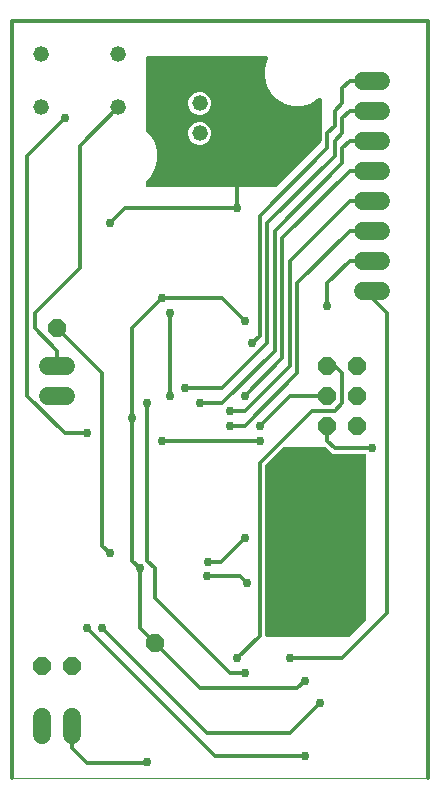
<source format=gbl>
G04 EAGLE Gerber RS-274X export*
G75*
%MOMM*%
%FSLAX34Y34*%
%LPD*%
%INBottom Layer*%
%IPPOS*%
%AMOC8*
5,1,8,0,0,1.08239X$1,22.5*%
G01*
%ADD10C,0.000000*%
%ADD11C,0.304800*%
%ADD12P,1.649562X8X22.500000*%
%ADD13P,1.649562X8X112.500000*%
%ADD14C,1.508000*%
%ADD15C,1.320800*%
%ADD16C,0.756400*%

G36*
X222376Y500141D02*
X222376Y500141D01*
X222502Y500148D01*
X222548Y500161D01*
X222596Y500167D01*
X222715Y500209D01*
X222837Y500244D01*
X222879Y500268D01*
X222924Y500284D01*
X223031Y500353D01*
X223141Y500414D01*
X223187Y500454D01*
X223217Y500473D01*
X223251Y500508D01*
X223327Y500573D01*
X261427Y538673D01*
X261492Y538755D01*
X261541Y538805D01*
X261550Y538822D01*
X261590Y538866D01*
X261614Y538908D01*
X261644Y538946D01*
X261698Y539060D01*
X261759Y539171D01*
X261772Y539217D01*
X261793Y539261D01*
X261819Y539384D01*
X261854Y539506D01*
X261859Y539567D01*
X261866Y539602D01*
X261865Y539650D01*
X261873Y539750D01*
X261873Y574678D01*
X261862Y574777D01*
X261860Y574878D01*
X261842Y574950D01*
X261833Y575024D01*
X261800Y575118D01*
X261775Y575216D01*
X261741Y575282D01*
X261716Y575352D01*
X261661Y575436D01*
X261615Y575526D01*
X261567Y575582D01*
X261527Y575645D01*
X261455Y575715D01*
X261390Y575791D01*
X261330Y575835D01*
X261276Y575887D01*
X261190Y575938D01*
X261109Y575998D01*
X261041Y576028D01*
X260977Y576066D01*
X260881Y576096D01*
X260789Y576136D01*
X260716Y576149D01*
X260645Y576172D01*
X260545Y576180D01*
X260446Y576198D01*
X260372Y576194D01*
X260298Y576200D01*
X260198Y576185D01*
X260098Y576180D01*
X260027Y576159D01*
X259953Y576148D01*
X259860Y576111D01*
X259763Y576083D01*
X259698Y576047D01*
X259629Y576020D01*
X259547Y575962D01*
X259459Y575913D01*
X259383Y575848D01*
X259343Y575821D01*
X259319Y575794D01*
X259273Y575755D01*
X258284Y574766D01*
X251977Y571124D01*
X244942Y569239D01*
X237658Y569239D01*
X230623Y571124D01*
X224316Y574766D01*
X219166Y579916D01*
X215524Y586223D01*
X213639Y593258D01*
X213639Y600542D01*
X215524Y607577D01*
X216253Y608838D01*
X216283Y608908D01*
X216322Y608973D01*
X216352Y609067D01*
X216391Y609158D01*
X216405Y609233D01*
X216428Y609305D01*
X216436Y609404D01*
X216454Y609501D01*
X216450Y609577D01*
X216456Y609652D01*
X216441Y609750D01*
X216436Y609849D01*
X216415Y609922D01*
X216404Y609997D01*
X216368Y610089D01*
X216340Y610184D01*
X216304Y610250D01*
X216276Y610321D01*
X216219Y610402D01*
X216171Y610489D01*
X216120Y610545D01*
X216077Y610607D01*
X216003Y610673D01*
X215936Y610747D01*
X215874Y610790D01*
X215818Y610840D01*
X215731Y610888D01*
X215650Y610945D01*
X215579Y610972D01*
X215513Y611009D01*
X215417Y611036D01*
X215325Y611072D01*
X215250Y611083D01*
X215177Y611104D01*
X215027Y611116D01*
X214980Y611123D01*
X214962Y611121D01*
X214934Y611123D01*
X114300Y611123D01*
X114274Y611120D01*
X114248Y611122D01*
X114101Y611100D01*
X113954Y611083D01*
X113929Y611075D01*
X113903Y611071D01*
X113765Y611016D01*
X113626Y610966D01*
X113604Y610952D01*
X113579Y610942D01*
X113458Y610857D01*
X113333Y610777D01*
X113315Y610758D01*
X113293Y610743D01*
X113194Y610633D01*
X113091Y610526D01*
X113077Y610504D01*
X113060Y610484D01*
X112988Y610354D01*
X112912Y610227D01*
X112904Y610202D01*
X112891Y610179D01*
X112851Y610036D01*
X112806Y609895D01*
X112804Y609869D01*
X112796Y609844D01*
X112777Y609600D01*
X112777Y549272D01*
X112791Y549147D01*
X112798Y549021D01*
X112811Y548974D01*
X112817Y548926D01*
X112859Y548807D01*
X112894Y548686D01*
X112918Y548644D01*
X112934Y548598D01*
X113003Y548492D01*
X113064Y548382D01*
X113104Y548335D01*
X113123Y548305D01*
X113158Y548272D01*
X113223Y548195D01*
X117384Y544034D01*
X121026Y537727D01*
X122911Y530692D01*
X122911Y523408D01*
X121026Y516373D01*
X117384Y510066D01*
X113223Y505905D01*
X113144Y505806D01*
X113060Y505712D01*
X113036Y505670D01*
X113006Y505632D01*
X112952Y505518D01*
X112891Y505407D01*
X112878Y505360D01*
X112857Y505317D01*
X112831Y505193D01*
X112796Y505071D01*
X112792Y505011D01*
X112784Y504976D01*
X112785Y504928D01*
X112777Y504828D01*
X112777Y501650D01*
X112780Y501624D01*
X112778Y501598D01*
X112800Y501451D01*
X112817Y501304D01*
X112825Y501279D01*
X112829Y501253D01*
X112884Y501115D01*
X112934Y500976D01*
X112948Y500954D01*
X112958Y500929D01*
X113043Y500808D01*
X113123Y500683D01*
X113142Y500665D01*
X113157Y500643D01*
X113267Y500544D01*
X113374Y500441D01*
X113396Y500427D01*
X113416Y500410D01*
X113546Y500338D01*
X113673Y500262D01*
X113698Y500254D01*
X113721Y500241D01*
X113864Y500201D01*
X114005Y500156D01*
X114031Y500154D01*
X114056Y500146D01*
X114300Y500127D01*
X222250Y500127D01*
X222376Y500141D01*
G37*
G36*
X285840Y119904D02*
X285840Y119904D01*
X285931Y119911D01*
X285961Y119923D01*
X285993Y119929D01*
X286073Y119971D01*
X286157Y120007D01*
X286189Y120033D01*
X286210Y120044D01*
X286232Y120067D01*
X286288Y120112D01*
X298988Y132812D01*
X299041Y132886D01*
X299101Y132955D01*
X299113Y132985D01*
X299132Y133011D01*
X299159Y133098D01*
X299193Y133183D01*
X299197Y133224D01*
X299204Y133247D01*
X299203Y133279D01*
X299211Y133350D01*
X299211Y274066D01*
X299208Y274086D01*
X299210Y274105D01*
X299188Y274207D01*
X299172Y274309D01*
X299162Y274326D01*
X299158Y274346D01*
X299105Y274435D01*
X299056Y274526D01*
X299042Y274540D01*
X299032Y274557D01*
X298953Y274624D01*
X298878Y274696D01*
X298860Y274704D01*
X298845Y274717D01*
X298749Y274756D01*
X298655Y274799D01*
X298635Y274801D01*
X298617Y274809D01*
X298450Y274827D01*
X271156Y274827D01*
X268254Y277729D01*
X266045Y279938D01*
X265971Y279991D01*
X265901Y280051D01*
X265871Y280063D01*
X265845Y280082D01*
X265758Y280109D01*
X265673Y280143D01*
X265632Y280147D01*
X265610Y280154D01*
X265578Y280153D01*
X265507Y280161D01*
X229793Y280161D01*
X229703Y280147D01*
X229612Y280139D01*
X229583Y280127D01*
X229551Y280122D01*
X229470Y280079D01*
X229386Y280043D01*
X229354Y280017D01*
X229333Y280006D01*
X229311Y279983D01*
X229255Y279938D01*
X214346Y265029D01*
X214298Y264963D01*
X214290Y264954D01*
X214288Y264949D01*
X214233Y264885D01*
X214221Y264855D01*
X214202Y264829D01*
X214175Y264742D01*
X214141Y264657D01*
X214137Y264616D01*
X214130Y264594D01*
X214131Y264562D01*
X214123Y264491D01*
X214123Y120650D01*
X214126Y120630D01*
X214124Y120611D01*
X214146Y120509D01*
X214162Y120407D01*
X214172Y120390D01*
X214176Y120370D01*
X214229Y120281D01*
X214278Y120190D01*
X214292Y120176D01*
X214302Y120159D01*
X214381Y120092D01*
X214456Y120021D01*
X214474Y120012D01*
X214489Y119999D01*
X214585Y119960D01*
X214679Y119917D01*
X214699Y119915D01*
X214717Y119907D01*
X214884Y119889D01*
X285750Y119889D01*
X285840Y119904D01*
G37*
%LPC*%
G36*
X156830Y561847D02*
X156830Y561847D01*
X153282Y563317D01*
X150567Y566032D01*
X149097Y569580D01*
X149097Y573420D01*
X150567Y576968D01*
X153282Y579683D01*
X156830Y581153D01*
X160670Y581153D01*
X164218Y579683D01*
X166933Y576968D01*
X168403Y573420D01*
X168403Y569580D01*
X166933Y566032D01*
X164218Y563317D01*
X160670Y561847D01*
X156830Y561847D01*
G37*
%LPD*%
%LPC*%
G36*
X156830Y536447D02*
X156830Y536447D01*
X153282Y537917D01*
X150567Y540632D01*
X149097Y544180D01*
X149097Y548020D01*
X150567Y551568D01*
X153282Y554283D01*
X156830Y555753D01*
X160670Y555753D01*
X164218Y554283D01*
X166933Y551568D01*
X168403Y548020D01*
X168403Y544180D01*
X166933Y540632D01*
X164218Y537917D01*
X160670Y536447D01*
X156830Y536447D01*
G37*
%LPD*%
D10*
X0Y0D02*
X352300Y0D01*
D11*
X352300Y641250D01*
X0Y641250D01*
X0Y0D01*
D12*
X120650Y114300D03*
X25400Y95250D03*
D13*
X292100Y298450D03*
X266700Y298450D03*
X292100Y323850D03*
X266700Y323850D03*
X292100Y349250D03*
X266700Y349250D03*
D12*
X38100Y381000D03*
X50800Y95250D03*
D14*
X50800Y51990D02*
X50800Y36910D01*
X25400Y36910D02*
X25400Y51990D01*
X30560Y323850D02*
X45640Y323850D01*
X45640Y349250D02*
X30560Y349250D01*
D15*
X158750Y571500D03*
X158750Y546100D03*
D14*
X297260Y412750D02*
X312340Y412750D01*
X312340Y438150D02*
X297260Y438150D01*
X297260Y463550D02*
X312340Y463550D01*
X312340Y488950D02*
X297260Y488950D01*
X297260Y514350D02*
X312340Y514350D01*
X312340Y539750D02*
X297260Y539750D01*
X297260Y565150D02*
X312340Y565150D01*
X312340Y590550D02*
X297260Y590550D01*
D15*
X24638Y613156D03*
X89662Y613156D03*
X89662Y567944D03*
X24638Y567944D03*
D11*
X50800Y44450D02*
X50800Y25400D01*
X63500Y12700D01*
X114300Y12700D01*
X114300Y13942D01*
D16*
X114300Y13942D03*
D11*
X95250Y482600D02*
X190500Y482600D01*
X95250Y482600D02*
X82550Y469900D01*
D16*
X190500Y482600D03*
X82550Y469900D03*
D11*
X190500Y482600D02*
X190500Y501650D01*
X196850Y508000D01*
D16*
X203200Y527050D03*
X203200Y590550D03*
D11*
X266700Y298450D02*
X266700Y285750D01*
X273050Y279400D01*
D16*
X304800Y279400D03*
D11*
X273050Y279400D01*
D16*
X107950Y177800D03*
X101600Y304800D03*
D11*
X101600Y381000D01*
X127000Y406400D01*
D16*
X127000Y406400D03*
D11*
X101600Y304800D02*
X101600Y184150D01*
X107950Y177800D01*
D16*
X196850Y387350D03*
D11*
X177800Y406400D02*
X127000Y406400D01*
X177800Y406400D02*
X196850Y387350D01*
X107950Y127000D02*
X120650Y114300D01*
X107950Y127000D02*
X107950Y177800D01*
X120650Y114300D02*
X158750Y76200D01*
X241300Y76200D01*
X247650Y82550D01*
D16*
X247650Y82550D03*
X266700Y400050D03*
D11*
X266700Y419100D01*
X285750Y438150D01*
X304800Y438150D01*
D16*
X127000Y285750D03*
D11*
X209550Y285750D01*
D16*
X209550Y285750D03*
X165805Y183445D03*
D11*
X177095Y183445D01*
X196850Y203200D01*
D16*
X196850Y203200D03*
X165100Y171450D03*
X198854Y165100D03*
D11*
X192504Y171450D01*
X165100Y171450D01*
D16*
X209550Y298450D03*
D11*
X234950Y323850D01*
X266700Y323850D01*
X285750Y514350D02*
X304800Y514350D01*
D16*
X196850Y323850D03*
D11*
X228600Y355600D02*
X228600Y457200D01*
X285750Y514350D01*
X228600Y355600D02*
X196850Y323850D01*
X285750Y463550D02*
X304800Y463550D01*
D16*
X184150Y298450D03*
D11*
X196850Y298450D01*
X241300Y342900D02*
X241300Y419100D01*
X241300Y342900D02*
X196850Y298450D01*
X241300Y419100D02*
X285750Y463550D01*
X285750Y488950D02*
X304800Y488950D01*
X234950Y349250D02*
X196850Y311150D01*
X184150Y311150D01*
D16*
X184150Y311150D03*
D11*
X234950Y438150D02*
X285750Y488950D01*
X234950Y438150D02*
X234950Y349250D01*
X285750Y590550D02*
X304800Y590550D01*
D16*
X203200Y368300D03*
D11*
X279400Y584200D02*
X285750Y590550D01*
X279400Y584200D02*
X279400Y571500D01*
X273050Y565150D01*
X273050Y552450D01*
X266700Y546100D01*
X266700Y533400D01*
X209550Y476250D01*
X209550Y374650D01*
X203200Y368300D01*
D16*
X82550Y190500D03*
D11*
X76200Y196850D02*
X76200Y342900D01*
X76200Y196850D02*
X82550Y190500D01*
X76200Y342900D02*
X38100Y381000D01*
X285750Y539750D02*
X304800Y539750D01*
D16*
X158750Y317500D03*
D11*
X177800Y317500D01*
X279400Y533400D02*
X285750Y539750D01*
X279400Y533400D02*
X279400Y520700D01*
X222250Y463550D01*
X222250Y361950D01*
X177800Y317500D01*
X285750Y565150D02*
X304800Y565150D01*
D16*
X146050Y330200D03*
D11*
X177800Y330200D01*
X215900Y368300D02*
X215900Y469900D01*
X273050Y527050D01*
X273050Y539750D01*
X279400Y546100D01*
X279400Y558800D01*
X285750Y565150D01*
X215900Y368300D02*
X177800Y330200D01*
D16*
X63500Y292100D03*
D11*
X44450Y292100D01*
X12700Y323850D01*
X12700Y527050D01*
X44450Y558800D01*
D16*
X44450Y558800D03*
X241300Y146050D03*
X241300Y247650D03*
D11*
X234950Y101600D02*
X279400Y101600D01*
X317500Y393700D02*
X304800Y406400D01*
X304800Y412750D01*
X317500Y393700D02*
X317500Y139700D01*
X279400Y101600D01*
D16*
X234950Y101600D03*
X133350Y323850D03*
X133350Y393700D03*
D11*
X133350Y323850D01*
X114300Y317500D02*
X114300Y184150D01*
D16*
X196850Y88900D03*
D11*
X184150Y88900D01*
X120650Y152400D02*
X120650Y177800D01*
X114300Y184150D01*
D16*
X114300Y317500D03*
D11*
X120650Y152400D02*
X184150Y88900D01*
X19050Y393700D02*
X57150Y431800D01*
X19050Y393700D02*
X19050Y381000D01*
X38100Y361950D01*
X38100Y349250D01*
X57150Y431800D02*
X57150Y535432D01*
X89662Y567944D01*
D16*
X260350Y63500D03*
D11*
X234950Y38100D01*
X165100Y38100D01*
X76200Y127000D01*
D16*
X76200Y127000D03*
X63500Y127000D03*
D11*
X171450Y19050D01*
D16*
X247650Y19050D03*
D11*
X171450Y19050D01*
D16*
X190500Y101600D03*
D11*
X209550Y120650D01*
X209550Y266700D01*
X254000Y311150D01*
X273050Y311150D02*
X279400Y317500D01*
X279400Y342900D01*
X273050Y349250D01*
X266700Y349250D01*
X273050Y311150D02*
X254000Y311150D01*
M02*

</source>
